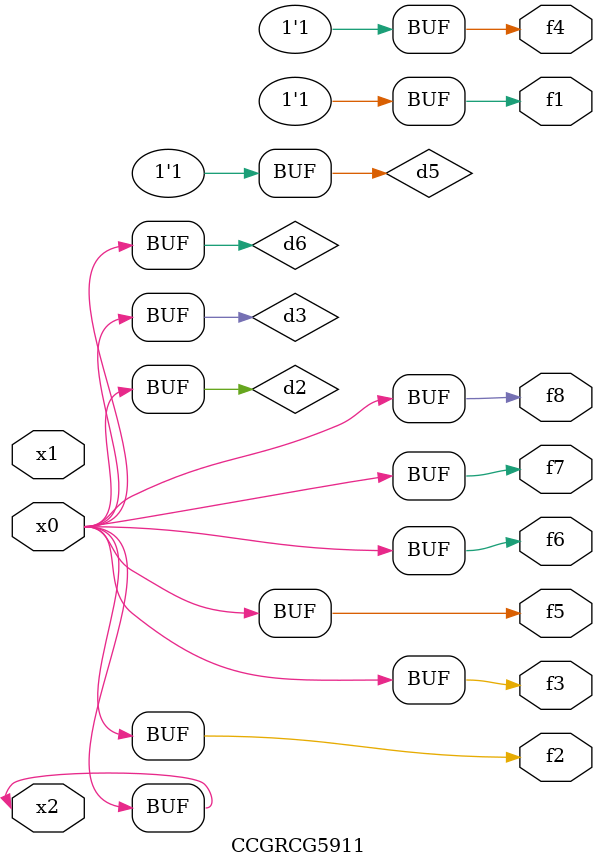
<source format=v>
module CCGRCG5911(
	input x0, x1, x2,
	output f1, f2, f3, f4, f5, f6, f7, f8
);

	wire d1, d2, d3, d4, d5, d6;

	xnor (d1, x2);
	buf (d2, x0, x2);
	and (d3, x0);
	xnor (d4, x1, x2);
	nand (d5, d1, d3);
	buf (d6, d2, d3);
	assign f1 = d5;
	assign f2 = d6;
	assign f3 = d6;
	assign f4 = d5;
	assign f5 = d6;
	assign f6 = d6;
	assign f7 = d6;
	assign f8 = d6;
endmodule

</source>
